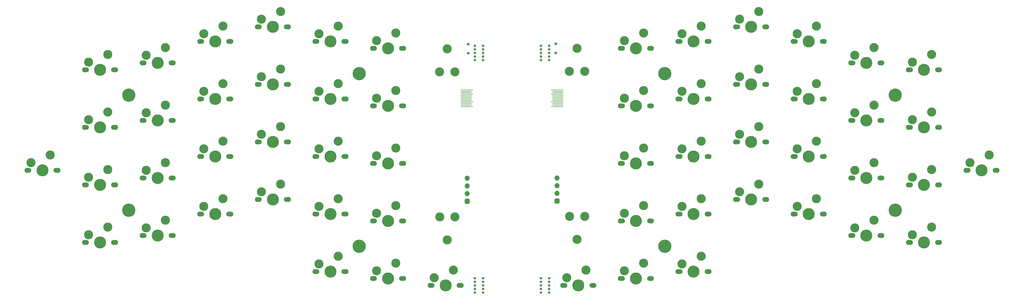
<source format=gts>
%TF.GenerationSoftware,KiCad,Pcbnew,(6.0.2)*%
%TF.CreationDate,2022-02-21T01:35:30+08:00*%
%TF.ProjectId,jiran-ble-lite,6a697261-6e2d-4626-9c65-2d6c6974652e,r0.1*%
%TF.SameCoordinates,Original*%
%TF.FileFunction,Soldermask,Top*%
%TF.FilePolarity,Negative*%
%FSLAX46Y46*%
G04 Gerber Fmt 4.6, Leading zero omitted, Abs format (unit mm)*
G04 Created by KiCad (PCBNEW (6.0.2)) date 2022-02-21 01:35:30*
%MOMM*%
%LPD*%
G01*
G04 APERTURE LIST*
G04 Aperture macros list*
%AMRoundRect*
0 Rectangle with rounded corners*
0 $1 Rounding radius*
0 $2 $3 $4 $5 $6 $7 $8 $9 X,Y pos of 4 corners*
0 Add a 4 corners polygon primitive as box body*
4,1,4,$2,$3,$4,$5,$6,$7,$8,$9,$2,$3,0*
0 Add four circle primitives for the rounded corners*
1,1,$1+$1,$2,$3*
1,1,$1+$1,$4,$5*
1,1,$1+$1,$6,$7*
1,1,$1+$1,$8,$9*
0 Add four rect primitives between the rounded corners*
20,1,$1+$1,$2,$3,$4,$5,0*
20,1,$1+$1,$4,$5,$6,$7,0*
20,1,$1+$1,$6,$7,$8,$9,0*
20,1,$1+$1,$8,$9,$2,$3,0*%
G04 Aperture macros list end*
%ADD10C,3.000000*%
%ADD11C,1.700000*%
%ADD12C,1.750000*%
%ADD13C,3.987800*%
%ADD14C,0.900000*%
%ADD15C,4.400000*%
%ADD16C,0.800000*%
%ADD17RoundRect,0.425000X0.425000X0.425000X-0.425000X0.425000X-0.425000X-0.425000X0.425000X-0.425000X0*%
%ADD18O,1.700000X1.700000*%
%ADD19RoundRect,0.062500X-1.937500X0.062500X-1.937500X-0.062500X1.937500X-0.062500X1.937500X0.062500X0*%
%ADD20RoundRect,0.062500X-1.687500X0.062500X-1.687500X-0.062500X1.687500X-0.062500X1.687500X0.062500X0*%
%ADD21RoundRect,0.062500X1.937500X-0.062500X1.937500X0.062500X-1.937500X0.062500X-1.937500X-0.062500X0*%
%ADD22RoundRect,0.062500X1.687500X-0.062500X1.687500X0.062500X-1.687500X0.062500X-1.687500X-0.062500X0*%
G04 APERTURE END LIST*
D10*
%TO.C,SW52*%
X269486200Y-108712000D03*
D11*
X277796200Y-111252000D03*
X268796200Y-111252000D03*
D10*
X275836200Y-106172000D03*
D12*
X278376200Y-111252000D03*
D13*
X273296200Y-111252000D03*
D12*
X268216200Y-111252000D03*
%TD*%
D10*
%TO.C,SW47*%
X250436200Y-91948000D03*
D11*
X258746200Y-94488000D03*
X249746200Y-94488000D03*
D10*
X256786200Y-89408000D03*
D12*
X259326200Y-94488000D03*
D13*
X254246200Y-94488000D03*
D12*
X249166200Y-94488000D03*
%TD*%
D10*
%TO.C,SW39*%
X288536200Y-65786000D03*
D11*
X296846200Y-68326000D03*
X287846200Y-68326000D03*
D10*
X294886200Y-63246000D03*
D12*
X297426200Y-68326000D03*
D13*
X292346200Y-68326000D03*
D12*
X287266200Y-68326000D03*
%TD*%
D10*
%TO.C,SW26*%
X149352000Y-127762000D03*
D11*
X157662000Y-130302000D03*
X148662000Y-130302000D03*
D10*
X155702000Y-125222000D03*
D12*
X158242000Y-130302000D03*
D13*
X153162000Y-130302000D03*
D12*
X148082000Y-130302000D03*
%TD*%
D10*
%TO.C,SW24*%
X168402000Y-110998000D03*
D11*
X176712000Y-113538000D03*
X167712000Y-113538000D03*
D10*
X174752000Y-108458000D03*
D12*
X177292000Y-113538000D03*
D13*
X172212000Y-113538000D03*
D12*
X167132000Y-113538000D03*
%TD*%
D10*
%TO.C,SW11*%
X149352000Y-70612000D03*
D11*
X157662000Y-73152000D03*
X148662000Y-73152000D03*
D10*
X155702000Y-68072000D03*
D12*
X158242000Y-73152000D03*
D13*
X153162000Y-73152000D03*
D12*
X148082000Y-73152000D03*
%TD*%
D10*
%TO.C,SW10*%
X130302000Y-65786000D03*
D11*
X138612000Y-68326000D03*
X129612000Y-68326000D03*
D10*
X136652000Y-63246000D03*
D12*
X139192000Y-68326000D03*
D13*
X134112000Y-68326000D03*
D12*
X129032000Y-68326000D03*
%TD*%
D10*
%TO.C,SW53*%
X250436200Y-110998000D03*
D11*
X258746200Y-113538000D03*
X249746200Y-113538000D03*
D10*
X256786200Y-108458000D03*
D12*
X259326200Y-113538000D03*
D13*
X254246200Y-113538000D03*
D12*
X249166200Y-113538000D03*
%TD*%
D10*
%TO.C,SW49*%
X326636200Y-115824000D03*
D11*
X334946200Y-118364000D03*
X325946200Y-118364000D03*
D10*
X332986200Y-113284000D03*
D12*
X335526200Y-118364000D03*
D13*
X330446200Y-118364000D03*
D12*
X325366200Y-118364000D03*
%TD*%
D10*
%TO.C,SW38*%
X307586200Y-70612000D03*
D11*
X315896200Y-73152000D03*
X306896200Y-73152000D03*
D10*
X313936200Y-68072000D03*
D12*
X316476200Y-73152000D03*
D13*
X311396200Y-73152000D03*
D12*
X306316200Y-73152000D03*
%TD*%
D10*
%TO.C,SW36*%
X345686200Y-80010000D03*
D11*
X353996200Y-82550000D03*
X344996200Y-82550000D03*
D10*
X352036200Y-77470000D03*
D12*
X354576200Y-82550000D03*
D13*
X349496200Y-82550000D03*
D12*
X344416200Y-82550000D03*
%TD*%
D10*
%TO.C,SW27*%
X168402000Y-130048000D03*
D11*
X176712000Y-132588000D03*
X167712000Y-132588000D03*
D10*
X174752000Y-127508000D03*
D12*
X177292000Y-132588000D03*
D13*
X172212000Y-132588000D03*
D12*
X167132000Y-132588000D03*
%TD*%
D10*
%TO.C,SW15*%
X111252000Y-89662000D03*
D11*
X119562000Y-92202000D03*
X110562000Y-92202000D03*
D10*
X117602000Y-87122000D03*
D12*
X120142000Y-92202000D03*
D13*
X115062000Y-92202000D03*
D12*
X109982000Y-92202000D03*
%TD*%
D10*
%TO.C,SW30*%
X345686200Y-60960000D03*
D11*
X353996200Y-63500000D03*
X344996200Y-63500000D03*
D10*
X352036200Y-58420000D03*
D12*
X354576200Y-63500000D03*
D13*
X349496200Y-63500000D03*
D12*
X344416200Y-63500000D03*
%TD*%
D10*
%TO.C,SW50*%
X307586200Y-108712000D03*
D11*
X315896200Y-111252000D03*
X306896200Y-111252000D03*
D10*
X313936200Y-106172000D03*
D12*
X316476200Y-111252000D03*
D13*
X311396200Y-111252000D03*
D12*
X306316200Y-111252000D03*
%TD*%
D10*
%TO.C,SW32*%
X307586200Y-51562000D03*
D11*
X315896200Y-54102000D03*
X306896200Y-54102000D03*
D10*
X313936200Y-49022000D03*
D12*
X316476200Y-54102000D03*
D13*
X311396200Y-54102000D03*
D12*
X306316200Y-54102000D03*
%TD*%
D10*
%TO.C,SW56*%
X250436200Y-130048000D03*
D11*
X258746200Y-132588000D03*
X249746200Y-132588000D03*
D10*
X256786200Y-127508000D03*
D12*
X259326200Y-132588000D03*
D13*
X254246200Y-132588000D03*
D12*
X249166200Y-132588000D03*
%TD*%
D10*
%TO.C,SW18*%
X168402000Y-91948000D03*
D11*
X176712000Y-94488000D03*
X167712000Y-94488000D03*
D10*
X174752000Y-89408000D03*
D12*
X177292000Y-94488000D03*
D13*
X172212000Y-94488000D03*
D12*
X167132000Y-94488000D03*
%TD*%
D10*
%TO.C,SW21*%
X111252000Y-108712000D03*
D11*
X119562000Y-111252000D03*
X110562000Y-111252000D03*
D10*
X117602000Y-106172000D03*
D12*
X120142000Y-111252000D03*
D13*
X115062000Y-111252000D03*
D12*
X109982000Y-111252000D03*
%TD*%
D10*
%TO.C,SW19*%
X73152000Y-118110000D03*
D11*
X81462000Y-120650000D03*
X72462000Y-120650000D03*
D10*
X79502000Y-115570000D03*
D12*
X82042000Y-120650000D03*
D13*
X76962000Y-120650000D03*
D12*
X71882000Y-120650000D03*
%TD*%
D10*
%TO.C,SW34*%
X269486200Y-51562000D03*
D11*
X277796200Y-54102000D03*
X268796200Y-54102000D03*
D10*
X275836200Y-49022000D03*
D12*
X278376200Y-54102000D03*
D13*
X273296200Y-54102000D03*
D12*
X268216200Y-54102000D03*
%TD*%
D10*
%TO.C,SW7*%
X73152000Y-80010000D03*
D11*
X81462000Y-82550000D03*
X72462000Y-82550000D03*
D10*
X79502000Y-77470000D03*
D12*
X82042000Y-82550000D03*
D13*
X76962000Y-82550000D03*
D12*
X71882000Y-82550000D03*
%TD*%
D10*
%TO.C,SW20*%
X92202000Y-115824000D03*
D11*
X100512000Y-118364000D03*
X91512000Y-118364000D03*
D10*
X98552000Y-113284000D03*
D12*
X101092000Y-118364000D03*
D13*
X96012000Y-118364000D03*
D12*
X90932000Y-118364000D03*
%TD*%
D10*
%TO.C,SW3*%
X111252000Y-51562000D03*
D11*
X119562000Y-54102000D03*
X110562000Y-54102000D03*
D10*
X117602000Y-49022000D03*
D12*
X120142000Y-54102000D03*
D13*
X115062000Y-54102000D03*
D12*
X109982000Y-54102000D03*
%TD*%
D10*
%TO.C,SW48*%
X345686200Y-118110000D03*
D11*
X353996200Y-120650000D03*
X344996200Y-120650000D03*
D10*
X352036200Y-115570000D03*
D12*
X354576200Y-120650000D03*
D13*
X349496200Y-120650000D03*
D12*
X344416200Y-120650000D03*
%TD*%
D10*
%TO.C,SW16*%
X130302000Y-84836000D03*
D11*
X138612000Y-87376000D03*
X129612000Y-87376000D03*
D10*
X136652000Y-82296000D03*
D12*
X139192000Y-87376000D03*
D13*
X134112000Y-87376000D03*
D12*
X129032000Y-87376000D03*
%TD*%
D10*
%TO.C,SW8*%
X92202000Y-77724000D03*
D11*
X100512000Y-80264000D03*
X91512000Y-80264000D03*
D10*
X98552000Y-75184000D03*
D12*
X101092000Y-80264000D03*
D13*
X96012000Y-80264000D03*
D12*
X90932000Y-80264000D03*
%TD*%
D10*
%TO.C,SW35*%
X250436200Y-53848000D03*
D11*
X258746200Y-56388000D03*
X249746200Y-56388000D03*
D10*
X256786200Y-51308000D03*
D12*
X259326200Y-56388000D03*
D13*
X254246200Y-56388000D03*
D12*
X249166200Y-56388000D03*
%TD*%
D10*
%TO.C,SW37*%
X326636200Y-77724000D03*
D11*
X334946200Y-80264000D03*
X325946200Y-80264000D03*
D10*
X332986200Y-75184000D03*
D12*
X335526200Y-80264000D03*
D13*
X330446200Y-80264000D03*
D12*
X325366200Y-80264000D03*
%TD*%
D10*
%TO.C,SW6*%
X168402000Y-53848000D03*
D11*
X176712000Y-56388000D03*
X167712000Y-56388000D03*
D10*
X174752000Y-51308000D03*
D12*
X177292000Y-56388000D03*
D13*
X172212000Y-56388000D03*
D12*
X167132000Y-56388000D03*
%TD*%
D10*
%TO.C,SW23*%
X149352000Y-108712000D03*
D11*
X157662000Y-111252000D03*
X148662000Y-111252000D03*
D10*
X155702000Y-106172000D03*
D12*
X158242000Y-111252000D03*
D13*
X153162000Y-111252000D03*
D12*
X148082000Y-111252000D03*
%TD*%
D10*
%TO.C,SW5*%
X149352000Y-51562000D03*
D11*
X157662000Y-54102000D03*
X148662000Y-54102000D03*
D10*
X155702000Y-49022000D03*
D12*
X158242000Y-54102000D03*
D13*
X153162000Y-54102000D03*
D12*
X148082000Y-54102000D03*
%TD*%
D10*
%TO.C,SW14*%
X92202000Y-96774000D03*
D11*
X100512000Y-99314000D03*
X91512000Y-99314000D03*
D10*
X98552000Y-94234000D03*
D12*
X101092000Y-99314000D03*
D13*
X96012000Y-99314000D03*
D12*
X90932000Y-99314000D03*
%TD*%
D10*
%TO.C,SW1*%
X73152000Y-60960000D03*
D11*
X81462000Y-63500000D03*
X72462000Y-63500000D03*
D10*
X79502000Y-58420000D03*
D12*
X82042000Y-63500000D03*
D13*
X76962000Y-63500000D03*
D12*
X71882000Y-63500000D03*
%TD*%
D10*
%TO.C,SW57*%
X231386200Y-132334000D03*
D11*
X239696200Y-134874000D03*
X230696200Y-134874000D03*
D10*
X237736200Y-129794000D03*
D12*
X240276200Y-134874000D03*
D13*
X235196200Y-134874000D03*
D12*
X230116200Y-134874000D03*
%TD*%
D10*
%TO.C,SW40*%
X269486200Y-70612000D03*
D11*
X277796200Y-73152000D03*
X268796200Y-73152000D03*
D10*
X275836200Y-68072000D03*
D12*
X278376200Y-73152000D03*
D13*
X273296200Y-73152000D03*
D12*
X268216200Y-73152000D03*
%TD*%
D10*
%TO.C,SW28*%
X187452000Y-132334000D03*
D11*
X195762000Y-134874000D03*
X186762000Y-134874000D03*
D10*
X193802000Y-129794000D03*
D12*
X196342000Y-134874000D03*
D13*
X191262000Y-134874000D03*
D12*
X186182000Y-134874000D03*
%TD*%
D10*
%TO.C,SW17*%
X149352000Y-89662000D03*
D11*
X157662000Y-92202000D03*
X148662000Y-92202000D03*
D10*
X155702000Y-87122000D03*
D12*
X158242000Y-92202000D03*
D13*
X153162000Y-92202000D03*
D12*
X148082000Y-92202000D03*
%TD*%
D10*
%TO.C,SW12*%
X168402000Y-72898000D03*
D11*
X176712000Y-75438000D03*
X167712000Y-75438000D03*
D10*
X174752000Y-70358000D03*
D12*
X177292000Y-75438000D03*
D13*
X172212000Y-75438000D03*
D12*
X167132000Y-75438000D03*
%TD*%
D10*
%TO.C,SW51*%
X288536200Y-103886000D03*
D11*
X296846200Y-106426000D03*
X287846200Y-106426000D03*
D10*
X294886200Y-101346000D03*
D12*
X297426200Y-106426000D03*
D13*
X292346200Y-106426000D03*
D12*
X287266200Y-106426000D03*
%TD*%
D10*
%TO.C,SW45*%
X288536200Y-84836000D03*
D11*
X296846200Y-87376000D03*
X287846200Y-87376000D03*
D10*
X294886200Y-82296000D03*
D12*
X297426200Y-87376000D03*
D13*
X292346200Y-87376000D03*
D12*
X287266200Y-87376000D03*
%TD*%
D10*
%TO.C,SW43*%
X326636200Y-96774000D03*
D11*
X334946200Y-99314000D03*
X325946200Y-99314000D03*
D10*
X332986200Y-94234000D03*
D12*
X335526200Y-99314000D03*
D13*
X330446200Y-99314000D03*
D12*
X325366200Y-99314000D03*
%TD*%
D10*
%TO.C,SW9*%
X111252000Y-70612000D03*
D11*
X119562000Y-73152000D03*
X110562000Y-73152000D03*
D10*
X117602000Y-68072000D03*
D12*
X120142000Y-73152000D03*
D13*
X115062000Y-73152000D03*
D12*
X109982000Y-73152000D03*
%TD*%
D10*
%TO.C,SW55*%
X269486200Y-127762000D03*
D11*
X277796200Y-130302000D03*
X268796200Y-130302000D03*
D10*
X275836200Y-125222000D03*
D12*
X278376200Y-130302000D03*
D13*
X273296200Y-130302000D03*
D12*
X268216200Y-130302000D03*
%TD*%
D10*
%TO.C,SW13*%
X73152000Y-99060000D03*
D11*
X81462000Y-101600000D03*
X72462000Y-101600000D03*
D10*
X79502000Y-96520000D03*
D12*
X82042000Y-101600000D03*
D13*
X76962000Y-101600000D03*
D12*
X71882000Y-101600000D03*
%TD*%
D10*
%TO.C,SW22*%
X130302000Y-103886000D03*
D11*
X138612000Y-106426000D03*
X129612000Y-106426000D03*
D10*
X136652000Y-101346000D03*
D12*
X139192000Y-106426000D03*
D13*
X134112000Y-106426000D03*
D12*
X129032000Y-106426000D03*
%TD*%
D10*
%TO.C,SW46*%
X269486200Y-89662000D03*
D11*
X277796200Y-92202000D03*
X268796200Y-92202000D03*
D10*
X275836200Y-87122000D03*
D12*
X278376200Y-92202000D03*
D13*
X273296200Y-92202000D03*
D12*
X268216200Y-92202000D03*
%TD*%
D10*
%TO.C,SW54*%
X364736200Y-94234000D03*
D11*
X373046200Y-96774000D03*
X364046200Y-96774000D03*
D10*
X371086200Y-91694000D03*
D12*
X373626200Y-96774000D03*
D13*
X368546200Y-96774000D03*
D12*
X363466200Y-96774000D03*
%TD*%
D10*
%TO.C,SW44*%
X307586200Y-89662000D03*
D11*
X315896200Y-92202000D03*
X306896200Y-92202000D03*
D10*
X313936200Y-87122000D03*
D12*
X316476200Y-92202000D03*
D13*
X311396200Y-92202000D03*
D12*
X306316200Y-92202000D03*
%TD*%
D10*
%TO.C,SW41*%
X250436200Y-72898000D03*
D11*
X258746200Y-75438000D03*
X249746200Y-75438000D03*
D10*
X256786200Y-70358000D03*
D12*
X259326200Y-75438000D03*
D13*
X254246200Y-75438000D03*
D12*
X249166200Y-75438000D03*
%TD*%
D10*
%TO.C,SW42*%
X345686200Y-99060000D03*
D11*
X353996200Y-101600000D03*
X344996200Y-101600000D03*
D10*
X352036200Y-96520000D03*
D12*
X354576200Y-101600000D03*
D13*
X349496200Y-101600000D03*
D12*
X344416200Y-101600000D03*
%TD*%
D10*
%TO.C,SW25*%
X54102000Y-94234000D03*
D11*
X62412000Y-96774000D03*
X53412000Y-96774000D03*
D10*
X60452000Y-91694000D03*
D12*
X62992000Y-96774000D03*
D13*
X57912000Y-96774000D03*
D12*
X52832000Y-96774000D03*
%TD*%
D10*
%TO.C,SW31*%
X326636200Y-58674000D03*
D11*
X334946200Y-61214000D03*
X325946200Y-61214000D03*
D10*
X332986200Y-56134000D03*
D12*
X335526200Y-61214000D03*
D13*
X330446200Y-61214000D03*
D12*
X325366200Y-61214000D03*
%TD*%
D10*
%TO.C,SW2*%
X92202000Y-58674000D03*
D11*
X100512000Y-61214000D03*
X91512000Y-61214000D03*
D10*
X98552000Y-56134000D03*
D12*
X101092000Y-61214000D03*
D13*
X96012000Y-61214000D03*
D12*
X90932000Y-61214000D03*
%TD*%
D10*
%TO.C,SW4*%
X130302000Y-46736000D03*
D11*
X138612000Y-49276000D03*
X129612000Y-49276000D03*
D10*
X136652000Y-44196000D03*
D12*
X139192000Y-49276000D03*
D13*
X134112000Y-49276000D03*
D12*
X129032000Y-49276000D03*
%TD*%
D10*
%TO.C,SW33*%
X288536200Y-46736000D03*
D11*
X296846200Y-49276000D03*
X287846200Y-49276000D03*
D10*
X294886200Y-44196000D03*
D12*
X297426200Y-49276000D03*
D13*
X292346200Y-49276000D03*
D12*
X287266200Y-49276000D03*
%TD*%
D10*
%TO.C,J6*%
X232156000Y-64011000D03*
X237236000Y-64011000D03*
X234696000Y-56391000D03*
X232246000Y-112011000D03*
X237236000Y-112011000D03*
X234696000Y-119631000D03*
%TD*%
%TO.C,J3*%
X189230000Y-64138000D03*
X194310000Y-64138000D03*
X191770000Y-56518000D03*
X189320000Y-112138000D03*
X194310000Y-112138000D03*
X191770000Y-119758000D03*
%TD*%
D14*
%TO.C,SW29*%
X198755000Y-58015000D03*
X198755000Y-55015000D03*
%TD*%
%TO.C,SW58*%
X227711000Y-54888000D03*
X227711000Y-57888000D03*
%TD*%
D15*
%TO.C,HM4*%
X86487000Y-109982000D03*
%TD*%
%TO.C,HM6*%
X263771200Y-121920000D03*
%TD*%
%TO.C,HM9*%
X339971200Y-109982000D03*
%TD*%
%TO.C,HM1*%
X162687000Y-121920000D03*
%TD*%
D16*
%TO.C,P4*%
X225536350Y-134874000D03*
X225536350Y-132492600D03*
X222758050Y-136064700D03*
X222758050Y-137255400D03*
X222758050Y-133683300D03*
X222758050Y-132492600D03*
X222758050Y-134874000D03*
X225536350Y-133683300D03*
X225536350Y-136064700D03*
X225536350Y-137255400D03*
%TD*%
D15*
%TO.C,HM2*%
X162687000Y-64770000D03*
%TD*%
D17*
%TO.C,J5*%
X228092000Y-106934000D03*
D18*
X228092000Y-104394000D03*
X228092000Y-101854000D03*
X228092000Y-99314000D03*
%TD*%
D16*
%TO.C,P2*%
X200921850Y-57912000D03*
X203700150Y-57912000D03*
X200921850Y-55530600D03*
X200921850Y-59102700D03*
X200921850Y-56721300D03*
X200921850Y-60293400D03*
X203700150Y-60293400D03*
X203700150Y-59102700D03*
X203700150Y-55530600D03*
X203700150Y-56721300D03*
%TD*%
D17*
%TO.C,J2*%
X198424800Y-106984800D03*
D18*
X198424800Y-104444800D03*
X198424800Y-101904800D03*
X198424800Y-99364800D03*
%TD*%
D16*
%TO.C,P1*%
X200921850Y-132492600D03*
X200921850Y-136064700D03*
X200921850Y-133683300D03*
X203700150Y-133683300D03*
X203700150Y-137255400D03*
X203700150Y-132492600D03*
X203700150Y-134874000D03*
X200921850Y-137255400D03*
X200921850Y-134874000D03*
X203700150Y-136064700D03*
%TD*%
D15*
%TO.C,HM7*%
X263771200Y-64770000D03*
%TD*%
%TO.C,HM8*%
X339971200Y-71882000D03*
%TD*%
D16*
%TO.C,P3*%
X225536350Y-59102700D03*
X225536350Y-56721300D03*
X225536350Y-57912000D03*
X225536350Y-60293400D03*
X225536350Y-55530600D03*
X222758050Y-56721300D03*
X222758050Y-57912000D03*
X222758050Y-60293400D03*
X222758050Y-55530600D03*
X222758050Y-59102700D03*
%TD*%
D15*
%TO.C,HM3*%
X86487000Y-71882000D03*
%TD*%
D19*
%TO.C,J4*%
X228164500Y-70148000D03*
D20*
X228414500Y-70648000D03*
X228414500Y-71148000D03*
D19*
X228164500Y-71648000D03*
D20*
X228414500Y-72148000D03*
X228414500Y-72648000D03*
X228414500Y-73148000D03*
X228414500Y-73648000D03*
D19*
X228164500Y-74148000D03*
D20*
X228414500Y-74648000D03*
X228414500Y-75148000D03*
D19*
X228164500Y-75648000D03*
%TD*%
D21*
%TO.C,J1*%
X198337000Y-75648000D03*
D22*
X198087000Y-75148000D03*
X198087000Y-74648000D03*
D21*
X198337000Y-74148000D03*
D22*
X198087000Y-73648000D03*
X198087000Y-73148000D03*
X198087000Y-72648000D03*
X198087000Y-72148000D03*
D21*
X198337000Y-71648000D03*
D22*
X198087000Y-71148000D03*
X198087000Y-70648000D03*
D21*
X198337000Y-70148000D03*
%TD*%
M02*

</source>
